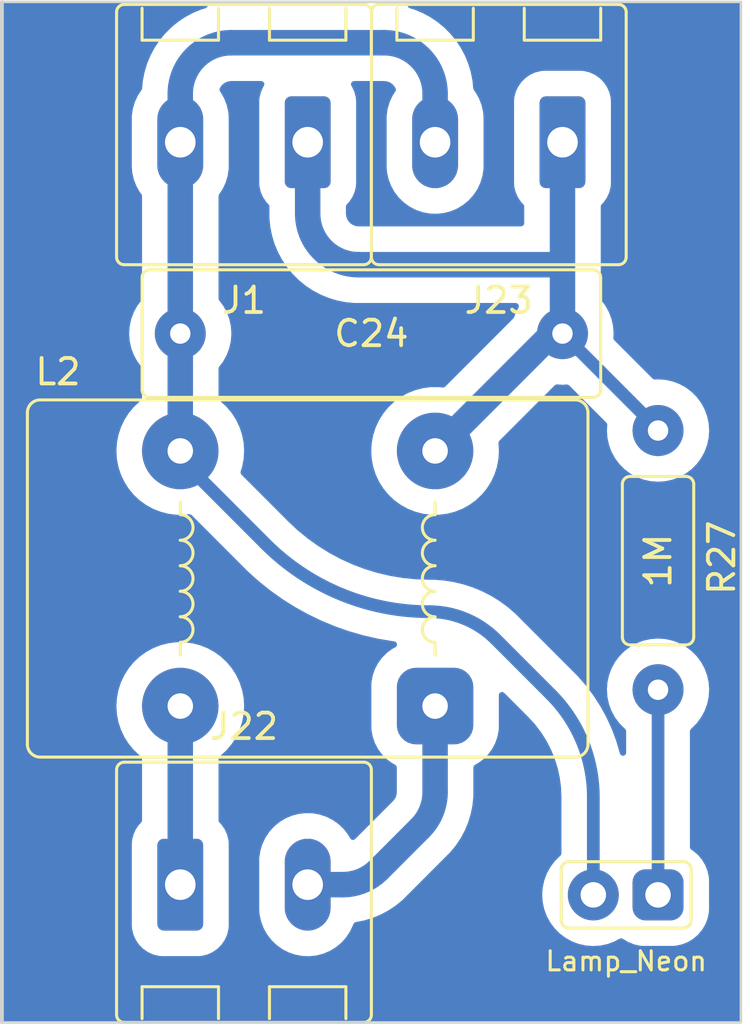
<source format=kicad_pcb>
(kicad_pcb (version 20221018) (generator pcbnew)
  (layers (0 "F.Cu" signal) (31 "B.Cu" signal) (34 "B.Paste" user) (35 "F.Paste" user) (36 "B.SilkS" user "B.Silkscreen") (37 "F.SilkS" user "F.Silkscreen") (38 "B.Mask" user) (39 "F.Mask" user) (44 "Edge.Cuts" user))
  (net 0 "")
  (net 1 "Net-(J1-Pin_2)")
  (net 2 "Net-(J1-Pin_1)")
  (net 3 "Net-(J22-Pin_1)")
  (net 4 "Net-(NE3-Pad1)")
  (net 5 "Net-(J22-Pin_2)")
  (footprint "spdf1626_lib:MCV_1,5_4-G-5.0_1x02_P5.0mm_Vertical" (layer "F.Cu") (at 26.5 22.5 180)
    (fp_text reference "J1" (at 0 -6.2 180) (layer "F.SilkS"))
    (fp_text value "Transformers" hide)
    (fp_line (start -5 -4.5) (end -5 5.1) (stroke (width 0.12)) (layer "F.SilkS"))
    (fp_line (start -4.7 5.4) (end 4.7 5.4) (stroke (width 0.12)) (layer "F.SilkS"))
    (fp_line (start -4 4) (end -1 4) (stroke (width 0.12)) (layer "F.SilkS"))
    (fp_line (start -4 5.25) (end -4 4) (stroke (width 0.12)) (layer "F.SilkS"))
    (fp_line (start -1 4) (end -1 5.25) (stroke (width 0.12)) (layer "F.SilkS"))
    (fp_line (start 1 4) (end 4 4) (stroke (width 0.12)) (layer "F.SilkS"))
    (fp_line (start 1 5.25) (end 1 4) (stroke (width 0.12)) (layer "F.SilkS"))
    (fp_line (start 4 4) (end 4 5.25) (stroke (width 0.12)) (layer "F.SilkS"))
    (fp_line (start 4.7 -4.8) (end -4.7 -4.8) (stroke (width 0.12)) (layer "F.SilkS"))
    (fp_line (start 5 5.1) (end 5 -4.5) (stroke (width 0.12)) (layer "F.SilkS"))
    (fp_arc (start -5 -4.5) (mid -4.912132 -4.712132) (end -4.7 -4.8) (stroke (width 0.12)) (layer "F.SilkS"))
    (fp_arc (start -4.7 5.4) (mid -4.912132 5.312132) (end -5 5.1) (stroke (width 0.12)) (layer "F.SilkS"))
    (fp_arc (start 4.7 -4.8) (mid 4.912132 -4.712132) (end 5 -4.5) (stroke (width 0.12)) (layer "F.SilkS"))
    (fp_arc (start 5 5.1) (mid 4.912132 5.312132) (end 4.7 5.4) (stroke (width 0.12)) (layer "F.SilkS"))
    (pad "1" thru_hole roundrect (at -2.5 0 180) (size 1.8 3.6) (drill 1.2) (layers "*.Cu" "*.Mask") (roundrect_rratio 0.138889) (net 2 "Net-(J1-Pin_1)"))
    (pad "2" thru_hole oval (at 2.5 0 180) (size 1.8 3.6) (drill 1.2) (layers "*.Cu" "*.Mask") (net 1 "Net-(J1-Pin_2)"))
  )
  (footprint "spdf1626_lib:R_THT_025W" (layer "F.Cu") (at 42.75 33.8 -90)
    (fp_text reference "R27" (at 4.979999 -2.5 -270) (layer "F.SilkS"))
    (fp_text value "1M" (at 5.1 0 -270) (layer "F.SilkS"))
    (fp_line (start 1.8 -1.1) (end 1.8 1.1) (stroke (width 0.12)) (layer "F.SilkS"))
    (fp_line (start 2.1 1.4) (end 8.1 1.4) (stroke (width 0.12)) (layer "F.SilkS"))
    (fp_line (start 8.1 -1.4) (end 2.1 -1.4) (stroke (width 0.12)) (layer "F.SilkS"))
    (fp_line (start 8.4 1.1) (end 8.4 -1.1) (stroke (width 0.12)) (layer "F.SilkS"))
    (fp_arc (start 1.8 -1.1) (mid 1.887868 -1.312132) (end 2.1 -1.4) (stroke (width 0.12)) (layer "F.SilkS"))
    (fp_arc (start 2.1 1.4) (mid 1.887868 1.312132) (end 1.8 1.1) (stroke (width 0.12)) (layer "F.SilkS"))
    (fp_arc (start 8.1 -1.4) (mid 8.312132 -1.312132) (end 8.4 -1.1) (stroke (width 0.12)) (layer "F.SilkS"))
    (fp_arc (start 8.4 1.1) (mid 8.312132 1.312132) (end 8.1 1.4) (stroke (width 0.12)) (layer "F.SilkS"))
    (pad "1" thru_hole circle (at 0 0 270) (size 2 2) (drill 0.8) (layers "*.Cu" "*.Mask") (net 2 "Net-(J1-Pin_1)"))
    (pad "2" thru_hole circle (at 10.16 0 270) (size 2 2) (drill 0.8) (layers "*.Cu" "*.Mask") (net 4 "Net-(NE3-Pad1)"))
  )
  (footprint "spdf1626_lib:PinHeader_1x02_P2.54mm" (layer "F.Cu") (at 42.75 52 -90)
    (fp_text reference "NE3" hide)
    (fp_text value "Lamp_Neon" (at 2.6 1.25) (layer "F.SilkS") (effects (font (size 0.75 0.75) (thickness 0.12))))
    (fp_line (start -1.3 3.5) (end -1.3 -1) (stroke (width 0.12)) (layer "F.SilkS"))
    (fp_line (start -1 -1.3) (end 1 -1.3) (stroke (width 0.12)) (layer "F.SilkS"))
    (fp_line (start 1 3.8) (end -1 3.8) (stroke (width 0.12)) (layer "F.SilkS"))
    (fp_line (start 1.3 -1) (end 1.3 3.5) (stroke (width 0.12)) (layer "F.SilkS"))
    (fp_arc (start -1.3 -1) (mid -1.212132 -1.212132) (end -1 -1.3) (stroke (width 0.12)) (layer "F.SilkS"))
    (fp_arc (start -1 3.8) (mid -1.212132 3.712132) (end -1.3 3.5) (stroke (width 0.12)) (layer "F.SilkS"))
    (fp_arc (start 1 -1.3) (mid 1.212132 -1.212132) (end 1.3 -1) (stroke (width 0.12)) (layer "F.SilkS"))
    (fp_arc (start 1.3 3.5) (mid 1.212132 3.712132) (end 1 3.8) (stroke (width 0.12)) (layer "F.SilkS"))
    (pad "1" thru_hole roundrect (at 0 0 270) (size 2 2) (drill 1) (layers "*.Cu" "*.Mask") (net 4 "Net-(NE3-Pad1)"))
    (pad "2" thru_hole oval (at 0 2.54 270) (size 2 2) (drill 1) (layers "*.Cu" "*.Mask") (net 1 "Net-(J1-Pin_2)"))
  )
  (footprint "spdf1626_lib:C_THT_K73-17_P15.00mm" (layer "F.Cu") (at 31.5 30)
    (fp_text reference "C24" (at 0 0 180) (layer "F.SilkS"))
    (fp_text value "100n" hide)
    (fp_line (start -9 -2.2) (end -9 2.2) (stroke (width 0.12)) (layer "F.SilkS"))
    (fp_line (start -8.7 -2.5) (end 8.7 -2.5) (stroke (width 0.12)) (layer "F.SilkS"))
    (fp_line (start -8.7 2.5) (end 8.7 2.5) (stroke (width 0.12)) (layer "F.SilkS"))
    (fp_line (start 9 -2.2) (end 9 2.2) (stroke (width 0.12)) (layer "F.SilkS"))
    (fp_arc (start -9 -2.2) (mid -8.912132 -2.412132) (end -8.7 -2.5) (stroke (width 0.12)) (layer "F.SilkS"))
    (fp_arc (start -8.7 2.5) (mid -8.912132 2.412132) (end -9 2.2) (stroke (width 0.12)) (layer "F.SilkS"))
    (fp_arc (start 8.7 -2.5) (mid 8.912132 -2.412132) (end 9 -2.2) (stroke (width 0.12)) (layer "F.SilkS"))
    (fp_arc (start 9 2.2) (mid 8.912132 2.412132) (end 8.7 2.5) (stroke (width 0.12)) (layer "F.SilkS"))
    (pad "1" thru_hole circle (at -7.5 0) (size 2 2) (drill 0.8) (layers "*.Cu" "*.Mask") (net 1 "Net-(J1-Pin_2)"))
    (pad "2" thru_hole circle (at 7.5 0) (size 2 2) (drill 0.8) (layers "*.Cu" "*.Mask") (net 2 "Net-(J1-Pin_1)"))
  )
  (footprint "spdf1626_lib:L_THT_B82731-T" (layer "F.Cu") (at 29 39.6 180)
    (fp_text reference "L2" (at 9.8 8.1) (layer "F.SilkS"))
    (fp_text value "L_Coupled")
    (fp_line (start -11 -6.5) (end -11 6.5) (stroke (width 0.12)) (layer "F.SilkS"))
    (fp_line (start -10.5 -7) (end 10.5 -7) (stroke (width 0.12)) (layer "F.SilkS"))
    (fp_line (start -10.5 7) (end 10.5 7) (stroke (width 0.12)) (layer "F.SilkS"))
    (fp_line (start -5 -3) (end -5 -2.5) (stroke (width 0.12)) (layer "F.SilkS"))
    (fp_line (start -5 3) (end -5 2.5) (stroke (width 0.12)) (layer "F.SilkS"))
    (fp_line (start 5 -3) (end 5 -2.5) (stroke (width 0.12)) (layer "F.SilkS"))
    (fp_line (start 5 3) (end 5 2.5) (stroke (width 0.12)) (layer "F.SilkS"))
    (fp_line (start 11 -6.5) (end 11 6.5) (stroke (width 0.12)) (layer "F.SilkS"))
    (fp_arc (start -11 -6.5) (mid -10.853553 -6.853553) (end -10.5 -7) (stroke (width 0.12)) (layer "F.SilkS"))
    (fp_arc (start -10.5 7) (mid -10.853553 6.853553) (end -11 6.5) (stroke (width 0.12)) (layer "F.SilkS"))
    (fp_arc (start -5 -2.5) (mid -4.5 -2) (end -5 -1.5) (stroke (width 0.12)) (layer "F.SilkS"))
    (fp_arc (start -5 -1.5) (mid -4.5 -1) (end -5 -0.5) (stroke (width 0.12)) (layer "F.SilkS"))
    (fp_arc (start -5 -0.5) (mid -4.5 0) (end -5 0.5) (stroke (width 0.12)) (layer "F.SilkS"))
    (fp_arc (start -5 0.5) (mid -4.5 1) (end -5 1.5) (stroke (width 0.12)) (layer "F.SilkS"))
    (fp_arc (start -5 1.5) (mid -4.5 2) (end -5 2.5) (stroke (width 0.12)) (layer "F.SilkS"))
    (fp_arc (start 5 -1.5) (mid 4.5 -2) (end 5 -2.5) (stroke (width 0.12)) (layer "F.SilkS"))
    (fp_arc (start 5 -0.5) (mid 4.5 -1) (end 5 -1.5) (stroke (width 0.12)) (layer "F.SilkS"))
    (fp_arc (start 5 0.5) (mid 4.5 0) (end 5 -0.5) (stroke (width 0.12)) (layer "F.SilkS"))
    (fp_arc (start 5 1.5) (mid 4.5 1) (end 5 0.5) (stroke (width 0.12)) (layer "F.SilkS"))
    (fp_arc (start 5 2.5) (mid 4.5 2) (end 5 1.5) (stroke (width 0.12)) (layer "F.SilkS"))
    (fp_arc (start 10.5 -7) (mid 10.853553 -6.853553) (end 11 -6.5) (stroke (width 0.12)) (layer "F.SilkS"))
    (fp_arc (start 11 6.5) (mid 10.853553 6.853553) (end 10.5 7) (stroke (width 0.12)) (layer "F.SilkS"))
    (pad "1" thru_hole roundrect (at -5 -5 180) (size 3 3) (drill 1) (layers "*.Cu" "*.Mask") (net 5 "Net-(J22-Pin_2)"))
    (pad "2" thru_hole circle (at -5 5 180) (size 3 3) (drill 1) (layers "*.Cu" "*.Mask") (net 2 "Net-(J1-Pin_1)"))
    (pad "3" thru_hole circle (at 5 5 180) (size 3 3) (drill 1) (layers "*.Cu" "*.Mask") (net 1 "Net-(J1-Pin_2)"))
    (pad "4" thru_hole circle (at 5 -5 180) (size 3 3) (drill 1) (layers "*.Cu" "*.Mask") (net 3 "Net-(J22-Pin_1)"))
  )
  (footprint "spdf1626_lib:MCV_1,5_4-G-5.0_1x02_P5.0mm_Vertical" (layer "F.Cu") (at 26.5 51.6)
    (fp_text reference "J22" (at 0 -6.2) (layer "F.SilkS"))
    (fp_text value "220V" hide)
    (fp_line (start -5 -4.5) (end -5 5.1) (stroke (width 0.12)) (layer "F.SilkS"))
    (fp_line (start -4.7 5.4) (end 4.7 5.4) (stroke (width 0.12)) (layer "F.SilkS"))
    (fp_line (start -4 4) (end -1 4) (stroke (width 0.12)) (layer "F.SilkS"))
    (fp_line (start -4 5.25) (end -4 4) (stroke (width 0.12)) (layer "F.SilkS"))
    (fp_line (start -1 4) (end -1 5.25) (stroke (width 0.12)) (layer "F.SilkS"))
    (fp_line (start 1 4) (end 4 4) (stroke (width 0.12)) (layer "F.SilkS"))
    (fp_line (start 1 5.25) (end 1 4) (stroke (width 0.12)) (layer "F.SilkS"))
    (fp_line (start 4 4) (end 4 5.25) (stroke (width 0.12)) (layer "F.SilkS"))
    (fp_line (start 4.7 -4.8) (end -4.7 -4.8) (stroke (width 0.12)) (layer "F.SilkS"))
    (fp_line (start 5 5.1) (end 5 -4.5) (stroke (width 0.12)) (layer "F.SilkS"))
    (fp_arc (start -5 -4.5) (mid -4.912132 -4.712132) (end -4.7 -4.8) (stroke (width 0.12)) (layer "F.SilkS"))
    (fp_arc (start -4.7 5.4) (mid -4.912132 5.312132) (end -5 5.1) (stroke (width 0.12)) (layer "F.SilkS"))
    (fp_arc (start 4.7 -4.8) (mid 4.912132 -4.712132) (end 5 -4.5) (stroke (width 0.12)) (layer "F.SilkS"))
    (fp_arc (start 5 5.1) (mid 4.912132 5.312132) (end 4.7 5.4) (stroke (width 0.12)) (layer "F.SilkS"))
    (pad "1" thru_hole roundrect (at -2.5 0) (size 1.8 3.6) (drill 1.2) (layers "*.Cu" "*.Mask") (roundrect_rratio 0.138889) (net 3 "Net-(J22-Pin_1)"))
    (pad "2" thru_hole oval (at 2.5 0) (size 1.8 3.6) (drill 1.2) (layers "*.Cu" "*.Mask") (net 5 "Net-(J22-Pin_2)"))
  )
  (footprint "spdf1626_lib:MCV_1,5_4-G-5.0_1x02_P5.0mm_Vertical" (layer "F.Cu") (at 36.5 22.5 180)
    (fp_text reference "J23" (at 0 -6.2 180) (layer "F.SilkS"))
    (fp_text value "Transformers" hide)
    (fp_line (start -5 -4.5) (end -5 5.1) (stroke (width 0.12)) (layer "F.SilkS"))
    (fp_line (start -4.7 5.4) (end 4.7 5.4) (stroke (width 0.12)) (layer "F.SilkS"))
    (fp_line (start -4 4) (end -1 4) (stroke (width 0.12)) (layer "F.SilkS"))
    (fp_line (start -4 5.25) (end -4 4) (stroke (width 0.12)) (layer "F.SilkS"))
    (fp_line (start -1 4) (end -1 5.25) (stroke (width 0.12)) (layer "F.SilkS"))
    (fp_line (start 1 4) (end 4 4) (stroke (width 0.12)) (layer "F.SilkS"))
    (fp_line (start 1 5.25) (end 1 4) (stroke (width 0.12)) (layer "F.SilkS"))
    (fp_line (start 4 4) (end 4 5.25) (stroke (width 0.12)) (layer "F.SilkS"))
    (fp_line (start 4.7 -4.8) (end -4.7 -4.8) (stroke (width 0.12)) (layer "F.SilkS"))
    (fp_line (start 5 5.1) (end 5 -4.5) (stroke (width 0.12)) (layer "F.SilkS"))
    (fp_arc (start -5 -4.5) (mid -4.912132 -4.712132) (end -4.7 -4.8) (stroke (width 0.12)) (layer "F.SilkS"))
    (fp_arc (start -4.7 5.4) (mid -4.912132 5.312132) (end -5 5.1) (stroke (width 0.12)) (layer "F.SilkS"))
    (fp_arc (start 4.7 -4.8) (mid 4.912132 -4.712132) (end 5 -4.5) (stroke (width 0.12)) (layer "F.SilkS"))
    (fp_arc (start 5 5.1) (mid 4.912132 5.312132) (end 4.7 5.4) (stroke (width 0.12)) (layer "F.SilkS"))
    (pad "1" thru_hole roundrect (at -2.5 0 180) (size 1.8 3.6) (drill 1.2) (layers "*.Cu" "*.Mask") (roundrect_rratio 0.138889) (net 2 "Net-(J1-Pin_1)"))
    (pad "2" thru_hole oval (at 2.5 0 180) (size 1.8 3.6) (drill 1.2) (layers "*.Cu" "*.Mask") (net 1 "Net-(J1-Pin_2)"))
  )
  (gr_line (start 46 17) (end 46 57) (stroke (width 0.1)) (layer "Edge.Cuts"))
  (gr_line (start 46 57) (end 17 57) (stroke (width 0.1)) (layer "Edge.Cuts"))
  (gr_line (start 17 17) (end 17 57) (stroke (width 0.15)) (layer "Edge.Cuts"))
  (gr_line (start 17 17) (end 46 17) (stroke (width 0.1)) (layer "Edge.Cuts"))
  (segment (start 24 30) (end 24 22.5) (width 1) (layer "B.Cu") (net 1))
  (segment (start 24 22.5) (end 24 20.6) (width 1) (layer "B.Cu") (net 1))
  (segment (start 34 20.6) (end 34 22.5) (width 1) (layer "B.Cu") (net 1))
  (segment (start 38.544969 44.144969) (end 36.384446 41.984446) (width 0.5) (layer "B.Cu") (net 1))
  (segment (start 27.336802 38.236802) (end 24.1 35) (width 0.5) (layer "B.Cu") (net 1))
  (segment (start 26 18.6) (end 32 18.6) (width 1) (layer "B.Cu") (net 1))
  (segment (start 24 30) (end 24 34.6) (width 1) (layer "B.Cu") (net 1))
  (segment (start 40.21 52) (end 40.21 48.16471) (width 0.5) (layer "B.Cu") (net 1))
  (arc (start 34 20.6) (mid 33.414214 19.185786) (end 32 18.6) (width 1) (layer "B.Cu") (net 1))
  (arc (start 36.384446 41.984446) (mid 35.183258 41.181838) (end 33.76636 40.9) (width 0.5) (layer "B.Cu") (net 1))
  (arc (start 33.76636 40.9) (mid 30.286694 40.207858) (end 27.336802 38.236802) (width 0.5) (layer "B.Cu") (net 1))
  (arc (start 24 20.6) (mid 24.585786 19.185786) (end 26 18.6) (width 1) (layer "B.Cu") (net 1))
  (arc (start 40.21 48.16471) (mid 39.777272 45.989242) (end 38.544969 44.144969) (width 0.5) (layer "B.Cu") (net 1))
  (segment (start 39 27.3) (end 39 30) (width 1) (layer "B.Cu") (net 2))
  (segment (start 39 22.5) (end 39 27.3) (width 1) (layer "B.Cu") (net 2))
  (segment (start 42.75 33.8) (end 42.75 33.75) (width 0.5) (layer "B.Cu") (net 2))
  (segment (start 42.75 33.75) (end 39 30) (width 0.5) (layer "B.Cu") (net 2))
  (segment (start 38.6 30) (end 39 30) (width 0.5) (layer "B.Cu") (net 2))
  (segment (start 34 34.6) (end 38.6 30) (width 1) (layer "B.Cu") (net 2))
  (segment (start 31 27.3) (end 39 27.3) (width 1) (layer "B.Cu") (net 2))
  (segment (start 29 22.5) (end 29 25.3) (width 1) (layer "B.Cu") (net 2))
  (arc (start 29 25.3) (mid 29.585786 26.714214) (end 31 27.3) (width 1) (layer "B.Cu") (net 2))
  (segment (start 24 44.6) (end 24 51.6) (width 1) (layer "B.Cu") (net 3))
  (segment (start 42.75 52) (end 42.75 43.96) (width 0.5) (layer "B.Cu") (net 4))
  (segment (start 30.371573 51.6) (end 29 51.6) (width 1) (layer "B.Cu") (net 5))
  (segment (start 33.414213 49.385787) (end 31.785786 51.014214) (width 1) (layer "B.Cu") (net 5))
  (segment (start 34 44.6) (end 34 47.971573) (width 1) (layer "B.Cu") (net 5))
  (arc (start 31.785786 51.014214) (mid 31.13694 51.447759) (end 30.371573 51.6) (width 1) (layer "B.Cu") (net 5))
  (arc (start 33.414213 49.385787) (mid 33.847759 48.73694) (end 34 47.971573) (width 1) (layer "B.Cu") (net 5))
  (zone (net 0) (net_name "") (layer "B.Cu") (connect_pads (clearance 1)) (min_thickness 0.254) (fill yes (thermal_gap 0.508) (thermal_bridge_width 0.508))
    (polygon (pts (xy 46 57) (xy 17 57) (xy 17 17) (xy 46 17)))
  )
)
</source>
